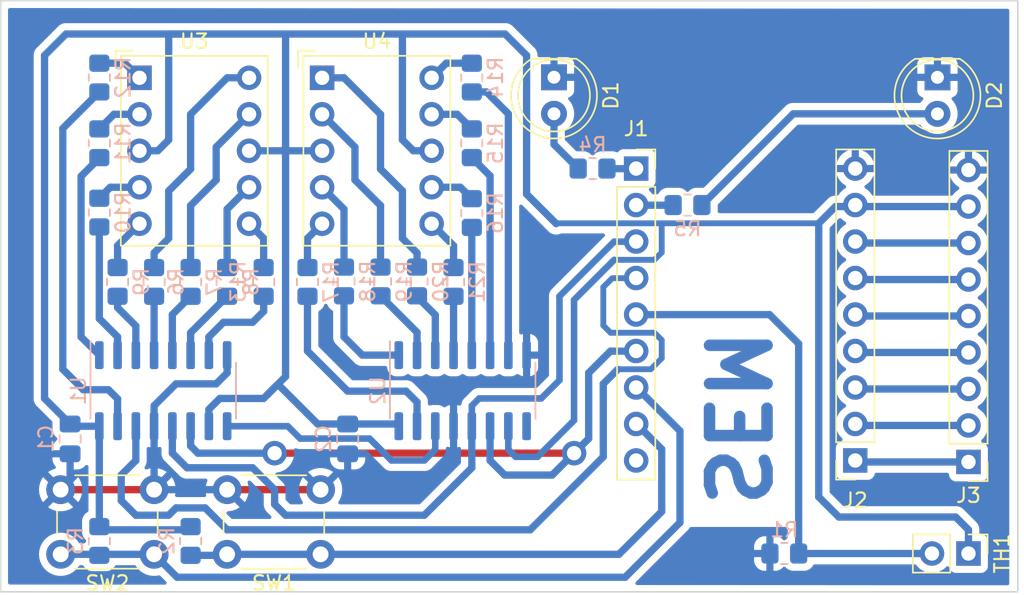
<source format=kicad_pcb>
(kicad_pcb (version 20221018) (generator pcbnew)
  (layers (0 "F.Cu" signal) (31 "B.Cu" signal) (34 "B.Paste" user) (35 "F.Paste" user) (36 "B.SilkS" user "B.Silkscreen") (37 "F.SilkS" user "F.Silkscreen") (38 "B.Mask" user) (39 "F.Mask" user) (44 "Edge.Cuts" user))
  (net 0 "")
  (net 1 "Net-(U1-QC)")
  (net 2 "Net-(U3-C)")
  (net 3 "Net-(U2-QF)")
  (net 4 "Net-(U4-F)")
  (net 5 "Net-(U2-QE)")
  (net 6 "Net-(U4-E)")
  (net 7 "Net-(U2-QD)")
  (net 8 "Net-(U4-D)")
  (net 9 "Net-(U2-QC)")
  (net 10 "Net-(U4-C)")
  (net 11 "Net-(U2-QB)")
  (net 12 "Net-(U4-B)")
  (net 13 "Net-(U2-QA)")
  (net 14 "Net-(U4-A)")
  (net 15 "Net-(U1-QH)")
  (net 16 "Net-(U3-DP)")
  (net 17 "Net-(U1-QG)")
  (net 18 "Net-(U3-G)")
  (net 19 "Net-(U1-QF)")
  (net 20 "Net-(U3-F)")
  (net 21 "Net-(U1-QE)")
  (net 22 "Net-(U3-E)")
  (net 23 "Net-(U1-QD)")
  (net 24 "Net-(U3-D)")
  (net 25 "Net-(U1-QB)")
  (net 26 "Net-(U3-B)")
  (net 27 "Net-(U1-QA)")
  (net 28 "Net-(U3-A)")
  (net 29 "/P1.6")
  (net 30 "Net-(D2-A)")
  (net 31 "/P1.4")
  (net 32 "Net-(D1-A)")
  (net 33 "VCC")
  (net 34 "/P1.1")
  (net 35 "/P1.0")
  (net 36 "/P1.7")
  (net 37 "GND")
  (net 38 "Net-(U2-QG)")
  (net 39 "Net-(U4-G)")
  (net 40 "Net-(U2-QH)")
  (net 41 "Net-(U4-DP)")
  (net 42 "Net-(U1-QH')")
  (net 43 "/P1.5")
  (net 44 "/P1.2")
  (net 45 "/P1.3")
  (net 47 "/P5.5")
  (net 48 "/P3.7")
  (net 49 "/P3.6")
  (net 50 "/P3.5")
  (net 51 "/P3.4")
  (net 52 "/P3.3")
  (net 53 "/P3.2")
  (net 54 "/RST")
  (footprint "Connector_PinHeader_2.54mm:PinHeader_1x02_P2.54mm_Vertical" (layer "F.Cu") (at 170.434 113.919 -90)
    (fp_text reference "TH1" (at 0 -2.33 90) (layer "F.SilkS"))
    (fp_text value "NTC")
    (pad "1" thru_hole rect (at 0 0 270) (size 1.7 1.7) (drill 1) (layers "*.Cu" "*.Mask") (net 33 "VCC"))
    (pad "2" thru_hole oval (at 0 2.54 270) (size 1.7 1.7) (drill 1) (layers "*.Cu" "*.Mask") (net 31 "/P1.4"))
  )
  (footprint "Connector_PinSocket_2.54mm:PinSocket_1x09_P2.54mm_Vertical" (layer "F.Cu") (at 147.32 87.122)
    (fp_text reference "J1" (at 0 -2.77) (layer "F.SilkS"))
    (fp_text value "Connector")
    (pad "1" thru_hole rect (at 0 0) (size 1.7 1.7) (drill 1) (layers "*.Cu" "*.Mask") (net 35 "/P1.0"))
    (pad "2" thru_hole oval (at 0 2.54) (size 1.7 1.7) (drill 1) (layers "*.Cu" "*.Mask") (net 34 "/P1.1"))
    (pad "3" thru_hole oval (at 0 5.08) (size 1.7 1.7) (drill 1) (layers "*.Cu" "*.Mask") (net 44 "/P1.2"))
    (pad "4" thru_hole oval (at 0 7.62) (size 1.7 1.7) (drill 1) (layers "*.Cu" "*.Mask") (net 45 "/P1.3"))
    (pad "5" thru_hole oval (at 0 10.16) (size 1.7 1.7) (drill 1) (layers "*.Cu" "*.Mask") (net 31 "/P1.4"))
    (pad "6" thru_hole oval (at 0 12.7) (size 1.7 1.7) (drill 1) (layers "*.Cu" "*.Mask") (net 43 "/P1.5"))
    (pad "7" thru_hole oval (at 0 15.24) (size 1.7 1.7) (drill 1) (layers "*.Cu" "*.Mask") (net 29 "/P1.6"))
    (pad "8" thru_hole oval (at 0 17.78) (size 1.7 1.7) (drill 1) (layers "*.Cu" "*.Mask") (net 36 "/P1.7"))
    (pad "9" thru_hole oval (at 0 20.32) (size 1.7 1.7) (drill 1) (layers "*.Cu" "*.Mask") (net 54 "/RST"))
  )
  (footprint "Button_Switch_THT:SW_PUSH_6mm" (layer "F.Cu") (at 113.792 113.974 180)
    (fp_text reference "SW2" (at 3.25 -2) (layer "F.SilkS"))
    (fp_text value "SW_Push")
    (pad "1" thru_hole circle (at 0 0 270) (size 2 2) (drill 1.1) (layers "*.Cu" "*.Mask") (net 29 "/P1.6"))
    (pad "1" thru_hole circle (at 6.5 0 270) (size 2 2) (drill 1.1) (layers "*.Cu" "*.Mask") (net 29 "/P1.6"))
    (pad "2" thru_hole circle (at 0 4.5 270) (size 2 2) (drill 1.1) (layers "*.Cu" "*.Mask") (net 37 "GND"))
    (pad "2" thru_hole circle (at 6.5 4.5 270) (size 2 2) (drill 1.1) (layers "*.Cu" "*.Mask") (net 37 "GND"))
  )
  (footprint "Button_Switch_THT:SW_PUSH_6mm" (layer "F.Cu") (at 125.372 113.974 180)
    (fp_text reference "SW1" (at 3.25 -2) (layer "F.SilkS"))
    (fp_text value "SW_Push")
    (pad "1" thru_hole circle (at 0 0 270) (size 2 2) (drill 1.1) (layers "*.Cu" "*.Mask") (net 36 "/P1.7"))
    (pad "1" thru_hole circle (at 6.5 0 270) (size 2 2) (drill 1.1) (layers "*.Cu" "*.Mask") (net 36 "/P1.7"))
    (pad "2" thru_hole circle (at 0 4.5 270) (size 2 2) (drill 1.1) (layers "*.Cu" "*.Mask") (net 37 "GND"))
    (pad "2" thru_hole circle (at 6.5 4.5 270) (size 2 2) (drill 1.1) (layers "*.Cu" "*.Mask") (net 37 "GND"))
  )
  (footprint "LED_THT:LED_D5.0mm" (layer "F.Cu") (at 168.275 80.772 -90)
    (fp_text reference "D2" (at 1.27 -3.96 90) (layer "F.SilkS"))
    (fp_text value "RED")
    (pad "1" thru_hole rect (at 0 0 270) (size 1.8 1.8) (drill 0.9) (layers "*.Cu" "*.Mask") (net 37 "GND"))
    (pad "2" thru_hole circle (at 2.54 0 270) (size 1.8 1.8) (drill 0.9) (layers "*.Cu" "*.Mask") (net 30 "Net-(D2-A)"))
  )
  (footprint "Display_7Segment:Sx39-1xxxxx" (layer "F.Cu") (at 125.476 80.804)
    (fp_text reference "U4" (at 3.81 -2.54) (layer "F.SilkS"))
    (fp_text value "SA39-11SRWA")
    (pad "1" thru_hole rect (at 0 0) (size 1.7 1.7) (drill 1) (layers "*.Cu" "*.Mask") (net 39 "Net-(U4-G)"))
    (pad "2" thru_hole circle (at 0 2.54) (size 1.7 1.7) (drill 1) (layers "*.Cu" "*.Mask") (net 4 "Net-(U4-F)"))
    (pad "3" thru_hole circle (at 0 5.08) (size 1.7 1.7) (drill 1) (layers "*.Cu" "*.Mask") (net 33 "VCC"))
    (pad "4" thru_hole circle (at 0 7.62) (size 1.7 1.7) (drill 1) (layers "*.Cu" "*.Mask") (net 6 "Net-(U4-E)"))
    (pad "5" thru_hole circle (at 0 10.16) (size 1.7 1.7) (drill 1) (layers "*.Cu" "*.Mask") (net 8 "Net-(U4-D)"))
    (pad "6" thru_hole circle (at 7.62 10.16) (size 1.7 1.7) (drill 1) (layers "*.Cu" "*.Mask") (net 41 "Net-(U4-DP)"))
    (pad "7" thru_hole circle (at 7.62 7.62) (size 1.7 1.7) (drill 1) (layers "*.Cu" "*.Mask") (net 10 "Net-(U4-C)"))
    (pad "8" thru_hole circle (at 7.62 5.08) (size 1.7 1.7) (drill 1) (layers "*.Cu" "*.Mask") (net 33 "VCC"))
    (pad "9" thru_hole circle (at 7.62 2.54) (size 1.7 1.7) (drill 1) (layers "*.Cu" "*.Mask") (net 12 "Net-(U4-B)"))
    (pad "10" thru_hole circle (at 7.62 0) (size 1.7 1.7) (drill 1) (layers "*.Cu" "*.Mask") (net 14 "Net-(U4-A)"))
  )
  (footprint "Connector_PinSocket_2.54mm:PinSocket_1x09_P2.54mm_Vertical" (layer "F.Cu") (at 162.56 107.442 180)
    (fp_text reference "J2" (at 0 -2.77 180) (layer "F.SilkS"))
    (fp_text value "Connector")
    (pad "1" thru_hole rect (at 0 0 180) (size 1.7 1.7) (drill 1) (layers "*.Cu" "*.Mask") (net 53 "/P3.2"))
    (pad "2" thru_hole oval (at 0 2.54 180) (size 1.7 1.7) (drill 1) (layers "*.Cu" "*.Mask") (net 52 "/P3.3"))
    (pad "3" thru_hole oval (at 0 5.08 180) (size 1.7 1.7) (drill 1) (layers "*.Cu" "*.Mask") (net 51 "/P3.4"))
    (pad "4" thru_hole oval (at 0 7.62 180) (size 1.7 1.7) (drill 1) (layers "*.Cu" "*.Mask") (net 50 "/P3.5"))
    (pad "5" thru_hole oval (at 0 10.16 180) (size 1.7 1.7) (drill 1) (layers "*.Cu" "*.Mask") (net 49 "/P3.6"))
    (pad "6" thru_hole oval (at 0 12.7 180) (size 1.7 1.7) (drill 1) (layers "*.Cu" "*.Mask") (net 48 "/P3.7"))
    (pad "7" thru_hole oval (at 0 15.24 180) (size 1.7 1.7) (drill 1) (layers "*.Cu" "*.Mask") (net 47 "/P5.5"))
    (pad "8" thru_hole oval (at 0 17.78 180) (size 1.7 1.7) (drill 1) (layers "*.Cu" "*.Mask") (net 33 "VCC"))
    (pad "9" thru_hole oval (at 0 20.32 180) (size 1.7 1.7) (drill 1) (layers "*.Cu" "*.Mask") (net 37 "GND"))
  )
  (footprint "Display_7Segment:Sx39-1xxxxx" (layer "F.Cu") (at 112.776 80.804)
    (fp_text reference "U3" (at 3.81 -2.54) (layer "F.SilkS"))
    (fp_text value "SA39-11SRWA")
    (pad "1" thru_hole rect (at 0 0) (size 1.7 1.7) (drill 1) (layers "*.Cu" "*.Mask") (net 18 "Net-(U3-G)"))
    (pad "2" thru_hole circle (at 0 2.54) (size 1.7 1.7) (drill 1) (layers "*.Cu" "*.Mask") (net 20 "Net-(U3-F)"))
    (pad "3" thru_hole circle (at 0 5.08) (size 1.7 1.7) (drill 1) (layers "*.Cu" "*.Mask") (net 33 "VCC"))
    (pad "4" thru_hole circle (at 0 7.62) (size 1.7 1.7) (drill 1) (layers "*.Cu" "*.Mask") (net 22 "Net-(U3-E)"))
    (pad "5" thru_hole circle (at 0 10.16) (size 1.7 1.7) (drill 1) (layers "*.Cu" "*.Mask") (net 24 "Net-(U3-D)"))
    (pad "6" thru_hole circle (at 7.62 10.16) (size 1.7 1.7) (drill 1) (layers "*.Cu" "*.Mask") (net 16 "Net-(U3-DP)"))
    (pad "7" thru_hole circle (at 7.62 7.62) (size 1.7 1.7) (drill 1) (layers "*.Cu" "*.Mask") (net 2 "Net-(U3-C)"))
    (pad "8" thru_hole circle (at 7.62 5.08) (size 1.7 1.7) (drill 1) (layers "*.Cu" "*.Mask") (net 33 "VCC"))
    (pad "9" thru_hole circle (at 7.62 2.54) (size 1.7 1.7) (drill 1) (layers "*.Cu" "*.Mask") (net 26 "Net-(U3-B)"))
    (pad "10" thru_hole circle (at 7.62 0) (size 1.7 1.7) (drill 1) (layers "*.Cu" "*.Mask") (net 28 "Net-(U3-A)"))
  )
  (footprint "LED_THT:LED_D5.0mm" (layer "F.Cu") (at 141.605 80.767 -90)
    (fp_text reference "D1" (at 1.27 -3.96 90) (layer "F.SilkS"))
    (fp_text value "RED")
    (pad "1" thru_hole rect (at 0 0 270) (size 1.8 1.8) (drill 0.9) (layers "*.Cu" "*.Mask") (net 37 "GND"))
    (pad "2" thru_hole circle (at 2.54 0 270) (size 1.8 1.8) (drill 0.9) (layers "*.Cu" "*.Mask") (net 32 "Net-(D1-A)"))
  )
  (footprint "Connector_PinHeader_2.54mm:PinHeader_1x09_P2.54mm_Vertical" (layer "F.Cu") (at 170.434 107.545 180)
    (fp_text reference "J3" (at 0 -2.33) (layer "F.SilkS"))
    (fp_text value "Connector")
    (pad "1" thru_hole rect (at 0 0 180) (size 1.7 1.7) (drill 1) (layers "*.Cu" "*.Mask") (net 53 "/P3.2"))
    (pad "2" thru_hole oval (at 0 2.54 180) (size 1.7 1.7) (drill 1) (layers "*.Cu" "*.Mask") (net 52 "/P3.3"))
    (pad "3" thru_hole oval (at 0 5.08 180) (size 1.7 1.7) (drill 1) (layers "*.Cu" "*.Mask") (net 51 "/P3.4"))
    (pad "4" thru_hole oval (at 0 7.62 180) (size 1.7 1.7) (drill 1) (layers "*.Cu" "*.Mask") (net 50 "/P3.5"))
    (pad "5" thru_hole oval (at 0 10.16 180) (size 1.7 1.7) (drill 1) (layers "*.Cu" "*.Mask") (net 49 "/P3.6"))
    (pad "6" thru_hole oval (at 0 12.7 180) (size 1.7 1.7) (drill 1) (layers "*.Cu" "*.Mask") (net 48 "/P3.7"))
    (pad "7" thru_hole oval (at 0 15.24 180) (size 1.7 1.7) (drill 1) (layers "*.Cu" "*.Mask") (net 47 "/P5.5"))
    (pad "8" thru_hole oval (at 0 17.78 180) (size 1.7 1.7) (drill 1) (layers "*.Cu" "*.Mask") (net 33 "VCC"))
    (pad "9" thru_hole oval (at 0 20.32 180) (size 1.7 1.7) (drill 1) (layers "*.Cu" "*.Mask") (net 37 "GND"))
  )
  (footprint "Resistor_SMD:R_0805_2012Metric_Pad1.20x1.40mm_HandSolder" (layer "B.Cu") (at 127 94.98 90)
    (fp_text reference "R18" (at 0 1.65 90) (layer "B.SilkS") (effects (justify mirror)))
    (fp_text value "1k")
    (pad "1" smd roundrect (at -1 0 90) (size 1.2 1.4) (layers "B.Cu" "B.Paste" "B.Mask") (roundrect_rratio 0.208333) (net 11 "Net-(U2-QB)"))
    (pad "2" smd roundrect (at 1 0 90) (size 1.2 1.4) (layers "B.Cu" "B.Paste" "B.Mask") (roundrect_rratio 0.208333) (net 6 "Net-(U4-E)"))
  )
  (footprint "Resistor_SMD:R_0805_2012Metric_Pad1.20x1.40mm_HandSolder" (layer "B.Cu") (at 157.623 113.919 180)
    (fp_text reference "R1" (at 0 1.65) (layer "B.SilkS") (effects (justify mirror)))
    (fp_text value "R")
    (pad "1" smd roundrect (at -1 0 180) (size 1.2 1.4) (layers "B.Cu" "B.Paste" "B.Mask") (roundrect_rratio 0.208333) (net 31 "/P1.4"))
    (pad "2" smd roundrect (at 1 0 180) (size 1.2 1.4) (layers "B.Cu" "B.Paste" "B.Mask") (roundrect_rratio 0.208333) (net 37 "GND"))
  )
  (footprint "Capacitor_SMD:C_0805_2012Metric_Pad1.18x1.45mm_HandSolder" (layer "B.Cu") (at 127.254 105.9395 -90)
    (fp_text reference "C2" (at 0 1.68 90) (layer "B.SilkS") (effects (justify mirror)))
    (fp_text value "100n")
    (pad "1" smd roundrect (at -1.0375 0 270) (size 1.175 1.45) (layers "B.Cu" "B.Paste" "B.Mask") (roundrect_rratio 0.212766) (net 33 "VCC"))
    (pad "2" smd roundrect (at 1.0375 0 270) (size 1.175 1.45) (layers "B.Cu" "B.Paste" "B.Mask") (roundrect_rratio 0.212766) (net 37 "GND"))
  )
  (footprint "Resistor_SMD:R_0805_2012Metric_Pad1.20x1.40mm_HandSolder" (layer "B.Cu") (at 144.288 87.122 180)
    (fp_text reference "R4" (at 0 1.65) (layer "B.SilkS") (effects (justify mirror)))
    (fp_text value "1k")
    (pad "1" smd roundrect (at -1 0 180) (size 1.2 1.4) (layers "B.Cu" "B.Paste" "B.Mask") (roundrect_rratio 0.208333) (net 35 "/P1.0"))
    (pad "2" smd roundrect (at 1 0 180) (size 1.2 1.4) (layers "B.Cu" "B.Paste" "B.Mask") (roundrect_rratio 0.208333) (net 32 "Net-(D1-A)"))
  )
  (footprint "Capacitor_SMD:C_0805_2012Metric_Pad1.18x1.45mm_HandSolder" (layer "B.Cu") (at 107.95 105.9395 -90)
    (fp_text reference "C1" (at 0 1.68 90) (layer "B.SilkS") (effects (justify mirror)))
    (fp_text value "100n")
    (pad "1" smd roundrect (at -1.0375 0 270) (size 1.175 1.45) (layers "B.Cu" "B.Paste" "B.Mask") (roundrect_rratio 0.212766) (net 33 "VCC"))
    (pad "2" smd roundrect (at 1.0375 0 270) (size 1.175 1.45) (layers "B.Cu" "B.Paste" "B.Mask") (roundrect_rratio 0.212766) (net 37 "GND"))
  )
  (footprint "Package_SO:SOIC-16_3.9x9.9mm_P1.27mm" (layer "B.Cu") (at 114.427 102.583 -90)
    (fp_text reference "U1" (at 0 5.9 90) (layer "B.SilkS") (effects (justify mirror)))
    (fp_text value "74HC595")
    (pad "1" smd roundrect (at -2.475 4.445 270) (size 1.95 0.6) (layers "B.Cu" "B.Paste" "B.Mask") (net 25 "Net-(U1-QB)"))
    (pad "2" smd roundrect (at -2.475 3.175 270) (size 1.95 0.6) (layers "B.Cu" "B.Paste" "B.Mask") (net 1 "Net-(U1-QC)"))
    (pad "3" smd roundrect (at -2.475 1.905 270) (size 1.95 0.6) (layers "B.Cu" "B.Paste" "B.Mask") (net 23 "Net-(U1-QD)"))
    (pad "4" smd roundrect (at -2.475 0.635 270) (size 1.95 0.6) (layers "B.Cu" "B.Paste" "B.Mask") (net 21 "Net-(U1-QE)"))
    (pad "5" smd roundrect (at -2.475 -0.635 270) (size 1.95 0.6) (layers "B.Cu" "B.Paste" "B.Mask") (net 19 "Net-(U1-QF)"))
    (pad "6" smd roundrect (at -2.475 -1.905 270) (size 1.95 0.6) (layers "B.Cu" "B.Paste" "B.Mask") (net 17 "Net-(U1-QG)"))
    (pad "7" smd roundrect (at -2.475 -3.175 270) (size 1.95 0.6) (layers "B.Cu" "B.Paste" "B.Mask") (net 15 "Net-(U1-QH)"))
    (pad "8" smd roundrect (at -2.475 -4.445 270) (size 1.95 0.6) (layers "B.Cu" "B.Paste" "B.Mask") (net 37 "GND"))
    (pad "9" smd roundrect (at 2.475 -4.445 270) (size 1.95 0.6) (layers "B.Cu" "B.Paste" "B.Mask") (net 42 "Net-(U1-QH')"))
    (pad "10" smd roundrect (at 2.475 -3.175 270) (size 1.95 0.6) (layers "B.Cu" "B.Paste" "B.Mask") (net 33 "VCC"))
    (pad "11" smd roundrect (at 2.475 -1.905 270) (size 1.95 0.6) (layers "B.Cu" "B.Paste" "B.Mask") (net 43 "/P1.5"))
    (pad "12" smd roundrect (at 2.475 -0.635 270) (size 1.95 0.6) (layers "B.Cu" "B.Paste" "B.Mask") (net 44 "/P1.2"))
    (pad "13" smd roundrect (at 2.475 0.635 270) (size 1.95 0.6) (layers "B.Cu" "B.Paste" "B.Mask") (net 37 "GND"))
    (pad "14" smd roundrect (at 2.475 1.905 270) (size 1.95 0.6) (layers "B.Cu" "B.Paste" "B.Mask") (net 45 "/P1.3"))
    (pad "15" smd roundrect (at 2.475 3.175 270) (size 1.95 0.6) (layers "B.Cu" "B.Paste" "B.Mask") (net 27 "Net-(U1-QA)"))
    (pad "16" smd roundrect (at 2.475 4.445 270) (size 1.95 0.6) (layers "B.Cu" "B.Paste" "B.Mask") (net 33 "VCC"))
  )
  (footprint "Resistor_SMD:R_0805_2012Metric_Pad1.20x1.40mm_HandSolder" (layer "B.Cu") (at 135.89 80.788 90)
    (fp_text reference "R14" (at 0 1.65 90) (layer "B.SilkS") (effects (justify mirror)))
    (fp_text value "1k")
    (pad "1" smd roundrect (at -1 0 90) (size 1.2 1.4) (layers "B.Cu" "B.Paste" "B.Mask") (roundrect_rratio 0.208333) (net 40 "Net-(U2-QH)"))
    (pad "2" smd roundrect (at 1 0 90) (size 1.2 1.4) (layers "B.Cu" "B.Paste" "B.Mask") (roundrect_rratio 0.208333) (net 14 "Net-(U4-A)"))
  )
  (footprint "Resistor_SMD:R_0805_2012Metric_Pad1.20x1.40mm_HandSolder" (layer "B.Cu") (at 109.982 80.788 90)
    (fp_text reference "R12" (at 0 1.65 90) (layer "B.SilkS") (effects (justify mirror)))
    (fp_text value "1k")
    (pad "1" smd roundrect (at -1 0 90) (size 1.2 1.4) (layers "B.Cu" "B.Paste" "B.Mask") (roundrect_rratio 0.208333) (net 27 "Net-(U1-QA)"))
    (pad "2" smd roundrect (at 1 0 90) (size 1.2 1.4) (layers "B.Cu" "B.Paste" "B.Mask") (roundrect_rratio 0.208333) (net 18 "Net-(U3-G)"))
  )
  (footprint "Resistor_SMD:R_0805_2012Metric_Pad1.20x1.40mm_HandSolder" (layer "B.Cu") (at 134.62 95.012 90)
    (fp_text reference "R21" (at 0 1.65 90) (layer "B.SilkS") (effects (justify mirror)))
    (fp_text value "1k")
    (pad "1" smd roundrect (at -1 0 90) (size 1.2 1.4) (layers "B.Cu" "B.Paste" "B.Mask") (roundrect_rratio 0.208333) (net 5 "Net-(U2-QE)"))
    (pad "2" smd roundrect (at 1 0 90) (size 1.2 1.4) (layers "B.Cu" "B.Paste" "B.Mask") (roundrect_rratio 0.208333) (net 41 "Net-(U4-DP)"))
  )
  (footprint "Resistor_SMD:R_0805_2012Metric_Pad1.20x1.40mm_HandSolder" (layer "B.Cu") (at 109.982 85.36 90)
    (fp_text reference "R11" (at 0 1.65 90) (layer "B.SilkS") (effects (justify mirror)))
    (fp_text value "1k")
    (pad "1" smd roundrect (at -1 0 90) (size 1.2 1.4) (layers "B.Cu" "B.Paste" "B.Mask") (roundrect_rratio 0.208333) (net 25 "Net-(U1-QB)"))
    (pad "2" smd roundrect (at 1 0 90) (size 1.2 1.4) (layers "B.Cu" "B.Paste" "B.Mask") (roundrect_rratio 0.208333) (net 20 "Net-(U3-F)"))
  )
  (footprint "Resistor_SMD:R_0805_2012Metric_Pad1.20x1.40mm_HandSolder" (layer "B.Cu") (at 118.872 95.012 90)
    (fp_text reference "R8" (at 0 1.65 90) (layer "B.SilkS") (effects (justify mirror)))
    (fp_text value "1k")
    (pad "1" smd roundrect (at -1 0 90) (size 1.2 1.4) (layers "B.Cu" "B.Paste" "B.Mask") (roundrect_rratio 0.208333) (net 17 "Net-(U1-QG)"))
    (pad "2" smd roundrect (at 1 0 90) (size 1.2 1.4) (layers "B.Cu" "B.Paste" "B.Mask") (roundrect_rratio 0.208333) (net 2 "Net-(U3-C)"))
  )
  (footprint "Resistor_SMD:R_0805_2012Metric_Pad1.20x1.40mm_HandSolder" (layer "B.Cu") (at 111.252 95.012 90)
    (fp_text reference "R9" (at 0 1.65 90) (layer "B.SilkS") (effects (justify mirror)))
    (fp_text value "1k")
    (pad "1" smd roundrect (at -1 0 90) (size 1.2 1.4) (layers "B.Cu" "B.Paste" "B.Mask") (roundrect_rratio 0.208333) (net 23 "Net-(U1-QD)"))
    (pad "2" smd roundrect (at 1 0 90) (size 1.2 1.4) (layers "B.Cu" "B.Paste" "B.Mask") (roundrect_rratio 0.208333) (net 24 "Net-(U3-D)"))
  )
  (footprint "Resistor_SMD:R_0805_2012Metric_Pad1.20x1.40mm_HandSolder" (layer "B.Cu") (at 113.792 95.012 90)
    (fp_text reference "R6" (at 0 1.524 90) (layer "B.SilkS") (effects (justify mirror)))
    (fp_text value "1k")
    (pad "1" smd roundrect (at -1 0 90) (size 1.2 1.4) (layers "B.Cu" "B.Paste" "B.Mask") (roundrect_rratio 0.208333) (net 21 "Net-(U1-QE)"))
    (pad "2" smd roundrect (at 1 0 90) (size 1.2 1.4) (layers "B.Cu" "B.Paste" "B.Mask") (roundrect_rratio 0.208333) (net 28 "Net-(U3-A)"))
  )
  (footprint "Package_SO:SOIC-16_3.9x9.9mm_P1.27mm" (layer "B.Cu") (at 135.255 102.583 -90)
    (fp_text reference "U2" (at 0 5.9 90) (layer "B.SilkS") (effects (justify mirror)))
    (fp_text value "74HC595")
    (pad "1" smd roundrect (at -2.475 4.445 270) (size 1.95 0.6) (layers "B.Cu" "B.Paste" "B.Mask") (net 11 "Net-(U2-QB)"))
    (pad "2" smd roundrect (at -2.475 3.175 270) (size 1.95 0.6) (layers "B.Cu" "B.Paste" "B.Mask") (net 9 "Net-(U2-QC)"))
    (pad "3" smd roundrect (at -2.475 1.905 270) (size 1.95 0.6) (layers "B.Cu" "B.Paste" "B.Mask") (net 7 "Net-(U2-QD)"))
    (pad "4" smd roundrect (at -2.475 0.635 270) (size 1.95 0.6) (layers "B.Cu" "B.Paste" "B.Mask") (net 5 "Net-(U2-QE)"))
    (pad "5" smd roundrect (at -2.475 -0.635 270) (size 1.95 0.6) (layers "B.Cu" "B.Paste" "B.Mask") (net 3 "Net-(U2-QF)"))
    (pad "6" smd roundrect (at -2.475 -1.905 270) (size 1.95 0.6) (layers "B.Cu" "B.Paste" "B.Mask") (net 38 "Net-(U2-QG)"))
    (pad "7" smd roundrect (at -2.475 -3.175 270) (size 1.95 0.6) (layers "B.Cu" "B.Paste" "B.Mask") (net 40 "Net-(U2-QH)"))
    (pad "8" smd roundrect (at -2.475 -4.445 270) (size 1.95 0.6) (layers "B.Cu" "B.Paste" "B.Mask") (net 37 "GND"))
    (pad "9" smd roundrect (at 2.475 -4.445 270) (size 1.95 0.6) (layers "B.Cu" "B.Paste" "B.Mask"))
    (pad "10" smd roundrect (at 2.475 -3.175 270) (size 1.95 0.6) (layers "B.Cu" "B.Paste" "B.Mask") (net 33 "VCC"))
    (pad "11" smd roundrect (at 2.475 -1.905 270) (size 1.95 0.6) (layers "B.Cu" "B.Paste" "B.Mask") (net 43 "/P1.5"))
    (pad "12" smd roundrect (at 2.475 -0.635 270) (size 1.95 0.6) (layers "B.Cu" "B.Paste" "B.Mask") (net 44 "/P1.2"))
    (pad "13" smd roundrect (at 2.475 0.635 270) (size 1.95 0.6) (layers "B.Cu" "B.Paste" "B.Mask") (net 37 "GND"))
    (pad "14" smd roundrect (at 2.475 1.905 270) (size 1.95 0.6) (layers "B.Cu" "B.Paste" "B.Mask") (net 42 "Net-(U1-QH')"))
    (pad "15" smd roundrect (at 2.475 3.175 270) (size 1.95 0.6) (layers "B.Cu" "B.Paste" "B.Mask") (net 13 "Net-(U2-QA)"))
    (pad "16" smd roundrect (at 2.475 4.445 270) (size 1.95 0.6) (layers "B.Cu" "B.Paste" "B.Mask") (net 33 "VCC"))
  )
  (footprint "Resistor_SMD:R_0805_2012Metric_Pad1.20x1.40mm_HandSolder" (layer "B.Cu") (at 124.46 95.012 90)
    (fp_text reference "R17" (at 0 1.65 90) (layer "B.SilkS") (effects (justify mirror)))
    (fp_text value "1k")
    (pad "1" smd roundrect (at -1 0 90) (size 1.2 1.4) (layers "B.Cu" "B.Paste" "B.Mask") (roundrect_rratio 0.208333) (net 13 "Net-(U2-QA)"))
    (pad "2" smd roundrect (at 1 0 90) (size 1.2 1.4) (layers "B.Cu" "B.Paste" "B.Mask") (roundrect_rratio 0.208333) (net 8 "Net-(U4-D)"))
  )
  (footprint "Resistor_SMD:R_0805_2012Metric_Pad1.20x1.40mm_HandSolder" (layer "B.Cu") (at 135.89 90.218 90)
    (fp_text reference "R16" (at 0 1.65 90) (layer "B.SilkS") (effects (justify mirror)))
    (fp_text value "1k")
    (pad "1" smd roundrect (at -1 0 90) (size 1.2 1.4) (layers "B.Cu" "B.Paste" "B.Mask") (roundrect_rratio 0.208333) (net 3 "Net-(U2-QF)"))
    (pad "2" smd roundrect (at 1 0 90) (size 1.2 1.4) (layers "B.Cu" "B.Paste" "B.Mask") (roundrect_rratio 0.208333) (net 10 "Net-(U4-C)"))
  )
  (footprint "Resistor_SMD:R_0805_2012Metric_Pad1.20x1.40mm_HandSolder" (layer "B.Cu") (at 116.332 113.046 -90)
    (fp_text reference "R2" (at 0 1.65 -270) (layer "B.SilkS") (effects (justify mirror)))
    (fp_text value "10k")
    (pad "1" smd roundrect (at -1 0 270) (size 1.2 1.4) (layers "B.Cu" "B.Paste" "B.Mask") (roundrect_rratio 0.208333) (net 33 "VCC"))
    (pad "2" smd roundrect (at 1 0 270) (size 1.2 1.4) (layers "B.Cu" "B.Paste" "B.Mask") (roundrect_rratio 0.208333) (net 36 "/P1.7"))
  )
  (footprint "Resistor_SMD:R_0805_2012Metric_Pad1.20x1.40mm_HandSolder" (layer "B.Cu") (at 129.54 94.98 90)
    (fp_text reference "R19" (at 0 1.65 90) (layer "B.SilkS") (effects (justify mirror)))
    (fp_text value "1k")
    (pad "1" smd roundrect (at -1 0 90) (size 1.2 1.4) (layers "B.Cu" "B.Paste" "B.Mask") (roundrect_rratio 0.208333) (net 9 "Net-(U2-QC)"))
    (pad "2" smd roundrect (at 1 0 90) (size 1.2 1.4) (layers "B.Cu" "B.Paste" "B.Mask") (roundrect_rratio 0.208333) (net 4 "Net-(U4-F)"))
  )
  (footprint "Resistor_SMD:R_0805_2012Metric_Pad1.20x1.40mm_HandSolder" (layer "B.Cu") (at 150.892 89.662)
    (fp_text reference "R5" (at 0 1.65) (layer "B.SilkS") (effects (justify mirror)))
    (fp_text value "1k")
    (pad "1" smd roundrect (at -1 0) (size 1.2 1.4) (layers "B.Cu" "B.Paste" "B.Mask") (roundrect_rratio 0.208333) (net 34 "/P1.1"))
    (pad "2" smd roundrect (at 1 0) (size 1.2 1.4) (layers "B.Cu" "B.Paste" "B.Mask") (roundrect_rratio 0.208333) (net 30 "Net-(D2-A)"))
  )
  (footprint "Resistor_SMD:R_0805_2012Metric_Pad1.20x1.40mm_HandSolder" (layer "B.Cu") (at 109.982 90.186 90)
    (fp_text reference "R10" (at 0 1.65 90) (layer "B.SilkS") (effects (justify mirror)))
    (fp_text value "1k")
    (pad "1" smd roundrect (at -1 0 90) (size 1.2 1.4) (layers "B.Cu" "B.Paste" "B.Mask") (roundrect_rratio 0.208333) (net 1 "Net-(U1-QC)"))
    (pad "2" smd roundrect (at 1 0 90) (size 1.2 1.4) (layers "B.Cu" "B.Paste" "B.Mask") (roundrect_rratio 0.208333) (net 22 "Net-(U3-E)"))
  )
  (footprint "Resistor_SMD:R_0805_2012Metric_Pad1.20x1.40mm_HandSolder" (layer "B.Cu") (at 135.89 85.36 90)
    (fp_text reference "R15" (at 0 1.65 90) (layer "B.SilkS") (effects (justify mirror)))
    (fp_text value "1k")
    (pad "1" smd roundrect (at -1 0 90) (size 1.2 1.4) (layers "B.Cu" "B.Paste" "B.Mask") (roundrect_rratio 0.208333) (net 38 "Net-(U2-QG)"))
    (pad "2" smd roundrect (at 1 0 90) (size 1.2 1.4) (layers "B.Cu" "B.Paste" "B.Mask") (roundrect_rratio 0.208333) (net 12 "Net-(U4-B)"))
  )
  (footprint "Resistor_SMD:R_0805_2012Metric_Pad1.20x1.40mm_HandSolder" (layer "B.Cu") (at 132.08 94.98 90)
    (fp_text reference "R20" (at 0 1.65 90) (layer "B.SilkS") (effects (justify mirror)))
    (fp_text value "1k")
    (pad "1" smd roundrect (at -1 0 90) (size 1.2 1.4) (layers "B.Cu" "B.Paste" "B.Mask") (roundrect_rratio 0.208333) (net 7 "Net-(U2-QD)"))
    (pad "2" smd roundrect (at 1 0 90) (size 1.2 1.4) (layers "B.Cu" "B.Paste" "B.Mask") (roundrect_rratio 0.208333) (net 39 "Net-(U4-G)"))
  )
  (footprint "Resistor_SMD:R_0805_2012Metric_Pad1.20x1.40mm_HandSolder" (layer "B.Cu") (at 116.332 95.012 90)
    (fp_text reference "R7" (at 0 1.65 90) (layer "B.SilkS") (effects (justify mirror)))
    (fp_text value "1k")
    (pad "1" smd roundrect (at -1 0 90) (size 1.2 1.4) (layers "B.Cu" "B.Paste" "B.Mask") (roundrect_rratio 0.208333) (net 19 "Net-(U1-QF)"))
    (pad "2" smd roundrect (at 1 0 90) (size 1.2 1.4) (layers "B.Cu" "B.Paste" "B.Mask") (roundrect_rratio 0.208333) (net 26 "Net-(U3-B)"))
  )
  (footprint "Resistor_SMD:R_0805_2012Metric_Pad1.20x1.40mm_HandSolder" (layer "B.Cu") (at 109.982 113.046 -90)
    (fp_text reference "R3" (at 0 1.65 -270) (layer "B.SilkS") (effects (justify mirror)))
    (fp_text value "10k")
    (pad "1" smd roundrect (at -1 0 270) (size 1.2 1.4) (layers "B.Cu" "B.Paste" "B.Mask") (roundrect_rratio 0.208333) (net 33 "VCC"))
    (pad "2" smd roundrect (at 1 0 270) (size 1.2 1.4) (layers "B.Cu" "B.Paste" "B.Mask") (roundrect_rratio 0.208333) (net 29 "/P1.6"))
  )
  (footprint "Resistor_SMD:R_0805_2012Metric_Pad1.20x1.40mm_HandSolder" (layer "B.Cu") (at 121.412 95.012 90)
    (fp_text reference "R13" (at 0.016 -1.778 90) (layer "B.SilkS") (effects (justify mirror)))
    (fp_text value "1k")
    (pad "1" smd roundrect (at -1 0 90) (size 1.2 1.4) (layers "B.Cu" "B.Paste" "B.Mask") (roundrect_rratio 0.208333) (net 15 "Net-(U1-QH)"))
    (pad "2" smd roundrect (at 1 0 90) (size 1.2 1.4) (layers "B.Cu" "B.Paste" "B.Mask") (roundrect_rratio 0.208333) (net 16 "Net-(U3-DP)"))
  )
  (gr_rect (start 103.124 75.438) (end 173.863 116.586) (stroke (width 0.1)) (fill none) (layer "Edge.Cuts"))
  (gr_text "SEM" (at 151.892 110.998 -90) (layer "B.Cu") (effects (font (size 4 4) (thickness 0.8) bold) (justify left bottom mirror)))
  (segment (start 111.252 98.838) (end 111.252 100.108) (width 0.508) (layer "B.Cu") (net 1))
  (segment (start 109.982 91.186) (end 109.982 97.568) (width 0.508) (layer "B.Cu") (net 1))
  (segment (start 109.982 97.568) (end 111.252 98.838) (width 0.508) (layer "B.Cu") (net 1))
  (segment (start 118.872 89.948) (end 120.396 88.424) (width 0.508) (layer "B.Cu") (net 2))
  (segment (start 118.872 94.012) (end 118.872 89.948) (width 0.508) (layer "B.Cu") (net 2))
  (segment (start 135.89 100.108) (end 135.89 91.218) (width 0.508) (layer "B.Cu") (net 3))
  (segment (start 129.54 89.694) (end 127.762 87.916) (width 0.508) (layer "B.Cu") (net 4))
  (segment (start 127.762 87.916) (end 127.762 85.63) (width 0.508) (layer "B.Cu") (net 4))
  (segment (start 127.762 85.63) (end 125.476 83.344) (width 0.508) (layer "B.Cu") (net 4))
  (segment (start 129.54 93.98) (end 129.54 89.694) (width 0.508) (layer "B.Cu") (net 4))
  (segment (start 134.62 100.108) (end 134.62 96.012) (width 0.508) (layer "B.Cu") (net 5))
  (segment (start 127 93.98) (end 127 89.948) (width 0.508) (layer "B.Cu") (net 6))
  (segment (start 127 89.948) (end 125.476 88.424) (width 0.508) (layer "B.Cu") (net 6))
  (segment (start 132.08 95.98) (end 132.08 96.044) (width 0.508) (layer "B.Cu") (net 7))
  (segment (start 132.08 96.044) (end 133.35 97.314) (width 0.508) (layer "B.Cu") (net 7))
  (segment (start 133.35 97.314) (end 133.35 100.108) (width 0.508) (layer "B.Cu") (net 7))
  (segment (start 124.46 91.98) (end 125.476 90.964) (width 0.508) (layer "B.Cu") (net 8))
  (segment (start 124.46 94.012) (end 124.46 91.98) (width 0.508) (layer "B.Cu") (net 8))
  (segment (start 132.08 100.108) (end 132.08 98.52) (width 0.508) (layer "B.Cu") (net 9))
  (segment (start 132.08 98.52) (end 129.54 95.98) (width 0.508) (layer "B.Cu") (net 9))
  (segment (start 133.096 88.424) (end 135.096 88.424) (width 0.508) (layer "B.Cu") (net 10))
  (segment (start 135.096 88.424) (end 135.89 89.218) (width 0.508) (layer "B.Cu") (net 10))
  (segment (start 128.27 100.108) (end 127 98.838) (width 0.508) (layer "B.Cu") (net 11))
  (segment (start 127 98.838) (end 127 95.98) (width 0.508) (layer "B.Cu") (net 11))
  (segment (start 130.81 100.108) (end 128.27 100.108) (width 0.508) (layer "B.Cu") (net 11))
  (segment (start 134.874 83.344) (end 135.89 84.36) (width 0.508) (layer "B.Cu") (net 12))
  (segment (start 133.096 83.344) (end 134.874 83.344) (width 0.508) (layer "B.Cu") (net 12))
  (segment (start 127.254 102.616) (end 131.318 102.616) (width 0.508) (layer "B.Cu") (net 13))
  (segment (start 124.46 96.012) (end 124.46 99.822) (width 0.508) (layer "B.Cu") (net 13))
  (segment (start 124.46 99.822) (end 127.254 102.616) (width 0.508) (layer "B.Cu") (net 13))
  (segment (start 131.318 102.616) (end 132.08 103.378) (width 0.508) (layer "B.Cu") (net 13))
  (segment (start 132.08 103.378) (end 132.08 105.058) (width 0.508) (layer "B.Cu") (net 13))
  (segment (start 134.112 79.788) (end 135.89 79.788) (width 0.508) (layer "B.Cu") (net 14))
  (segment (start 133.096 80.804) (end 134.112 79.788) (width 0.508) (layer "B.Cu") (net 14))
  (segment (start 117.602 98.838) (end 118.618 97.822) (width 0.508) (layer "B.Cu") (net 15))
  (segment (start 118.618 97.822) (end 120.65 97.822) (width 0.508) (layer "B.Cu") (net 15))
  (segment (start 120.65 97.822) (end 121.412 97.06) (width 0.508) (layer "B.Cu") (net 15))
  (segment (start 121.412 97.06) (end 121.412 96.012) (width 0.508) (layer "B.Cu") (net 15))
  (segment (start 117.602 100.108) (end 117.602 98.838) (width 0.508) (layer "B.Cu") (net 15))
  (segment (start 121.412 94.012) (end 121.412 91.98) (width 0.508) (layer "B.Cu") (net 16))
  (segment (start 121.412 91.98) (end 120.396 90.964) (width 0.508) (layer "B.Cu") (net 16))
  (segment (start 116.332 98.552) (end 118.872 96.012) (width 0.508) (layer "B.Cu") (net 17))
  (segment (start 116.332 100.108) (end 116.332 98.552) (width 0.508) (layer "B.Cu") (net 17))
  (segment (start 109.982 79.788) (end 111.76 79.788) (width 0.508) (layer "B.Cu") (net 18))
  (segment (start 111.76 79.788) (end 112.776 80.804) (width 0.508) (layer "B.Cu") (net 18))
  (segment (start 115.062 97.282) (end 116.332 96.012) (width 0.508) (layer "B.Cu") (net 19))
  (segment (start 115.062 100.108) (end 115.062 97.282) (width 0.508) (layer "B.Cu") (net 19))
  (segment (start 110.998 83.344) (end 109.982 84.36) (width 0.508) (layer "B.Cu") (net 20))
  (segment (start 112.776 83.344) (end 110.998 83.344) (width 0.508) (layer "B.Cu") (net 20))
  (segment (start 113.792 100.108) (end 113.792 96.012) (width 0.508) (layer "B.Cu") (net 21))
  (segment (start 112.776 88.424) (end 110.744 88.424) (width 0.508) (layer "B.Cu") (net 22))
  (segment (start 110.744 88.424) (end 109.982 89.186) (width 0.508) (layer "B.Cu") (net 22))
  (segment (start 112.522 98.076) (end 112.522 100.108) (width 0.508) (layer "B.Cu") (net 23))
  (segment (start 111.252 96.806) (end 112.522 98.076) (width 0.508) (layer "B.Cu") (net 23))
  (segment (start 111.252 96.012) (end 111.252 96.806) (width 0.508) (layer "B.Cu") (net 23))
  (segment (start 111.252 94.012) (end 111.252 92.488) (width 0.508) (layer "B.Cu") (net 24))
  (segment (start 111.252 92.488) (end 112.776 90.964) (width 0.508) (layer "B.Cu") (net 24))
  (segment (start 108.712 87.662) (end 109.982 86.392) (width 0.508) (layer "B.Cu") (net 25))
  (segment (start 108.712 98.838) (end 108.712 87.662) (width 0.508) (layer "B.Cu") (net 25))
  (segment (start 109.982 100.108) (end 108.712 98.838) (width 0.508) (layer "B.Cu") (net 25))
  (segment (start 109.982 86.392) (end 109.982 86.36) (width 0.508) (layer "B.Cu") (net 25))
  (segment (start 116.332 94.012) (end 116.332 89.694) (width 0.508) (layer "B.Cu") (net 26))
  (segment (start 118.11 85.63) (end 120.396 83.344) (width 0.508) (layer "B.Cu") (net 26))
  (segment (start 116.332 89.694) (end 118.11 87.916) (width 0.508) (layer "B.Cu") (net 26))
  (segment (start 118.11 87.916) (end 118.11 85.63) (width 0.508) (layer "B.Cu") (net 26))
  (segment (start 107.442 101.092) (end 107.442 84.328) (width 0.508) (layer "B.Cu") (net 27))
  (segment (start 108.868 102.518) (end 107.442 101.092) (width 0.508) (layer "B.Cu") (net 27))
  (segment (start 111.252 105.058) (end 111.252 103.153) (width 0.508) (layer "B.Cu") (net 27))
  (segment (start 111.252 103.153) (end 110.617 102.518) (width 0.508) (layer "B.Cu") (net 27))
  (segment (start 107.442 84.328) (end 109.982 81.788) (width 0.508) (layer "B.Cu") (net 27))
  (segment (start 110.617 102.518) (end 108.868 102.518) (width 0.508) (layer "B.Cu") (net 27))
  (segment (start 113.792 92.996) (end 114.808 91.98) (width 0.508) (layer "B.Cu") (net 28))
  (segment (start 114.808 91.98) (end 114.808 88.678) (width 0.508) (layer "B.Cu") (net 28))
  (segment (start 113.792 94.012) (end 113.792 92.996) (width 0.508) (layer "B.Cu") (net 28))
  (segment (start 114.808 88.678) (end 116.332 87.154) (width 0.508) (layer "B.Cu") (net 28))
  (segment (start 116.332 87.154) (end 116.332 83.344) (width 0.508) (layer "B.Cu") (net 28))
  (segment (start 118.872 80.804) (end 120.396 80.804) (width 0.508) (layer "B.Cu") (net 28))
  (segment (start 116.332 83.344) (end 118.872 80.804) (width 0.508) (layer "B.Cu") (net 28))
  (segment (start 113.792 113.974) (end 115.388 115.57) (width 0.508) (layer "B.Cu") (net 29))
  (segment (start 150.368 111.76) (end 150.368 105.386) (width 0.508) (layer "B.Cu") (net 29))
  (segment (start 150.368 105.386) (end 147.354 102.372) (width 0.508) (layer "B.Cu") (net 29))
  (segment (start 107.442 113.974) (end 113.792 113.974) (width 0.508) (layer "B.Cu") (net 29))
  (segment (start 115.388 115.57) (end 146.558 115.57) (width 0.508) (layer "B.Cu") (net 29))
  (segment (start 146.558 115.57) (end 150.368 111.76) (width 0.508) (layer "B.Cu") (net 29))
  (segment (start 168.275 83.312) (end 158.242 83.312) (width 0.508) (layer "B.Cu") (net 30))
  (segment (start 158.242 83.312) (end 151.892 89.662) (width 0.508) (layer "B.Cu") (net 30))
  (segment (start 158.623 113.919) (end 167.894 113.919) (width 0.508) (layer "B.Cu") (net 31))
  (segment (start 158.623 99.314) (end 158.623 113.919) (width 0.508) (layer "B.Cu") (net 31))
  (segment (start 156.601 97.292) (end 158.623 99.314) (width 0.508) (layer "B.Cu") (net 31))
  (segment (start 147.354 97.292) (end 156.601 97.292) (width 0.508) (layer "B.Cu") (net 31))
  (segment (start 141.605 85.439) (end 143.288 87.122) (width 0.508) (layer "B.Cu") (net 32))
  (segment (start 141.605 83.439) (end 141.605 85.439) (width 0.508) (layer "B.Cu") (net 32))
  (segment (start 159.9932 90.9588) (end 160.02 90.932) (width 0.4064) (layer "B.Cu") (net 33))
  (segment (start 121.666 102.87) (end 122.936 101.6) (width 0.508) (layer "B.Cu") (net 33))
  (segment (start 160.02 90.932) (end 149.1248 90.932) (width 0.4064) (layer "B.Cu") (net 33))
  (segment (start 161.187 89.765) (end 160.02 90.932) (width 0.508) (layer "B.Cu") (net 33))
  (segment (start 110.204 112.268) (end 116.11 112.268) (width 0.508) (layer "B.Cu") (net 33))
  (segment (start 162.56 89.765) (end 161.187 89.765) (width 0.508) (layer "B.Cu") (net 33))
  (segment (start 138.938 107.188) (end 140.462 107.188) (width 0.4572) (layer "B.Cu") (net 33))
  (segment (start 170.434 113.919) (end 170.434 112.268) (width 0.508) (layer "B.Cu") (net 33))
  (segment (start 149.0712 90.932) (end 149.098 90.9588) (width 0.4064) (layer "B.Cu") (net 33))
  (segment (start 122.936 85.884) (end 125.222 85.884) (width 0.508) (layer "B.Cu") (net 33))
  (segment (start 109.982 105.058) (end 108.106 105.058) (width 0.508) (layer "B.Cu") (net 33))
  (segment (start 131.064 85.122) (end 131.826 85.884) (width 0.508) (layer "B.Cu") (net 33))
  (segment (start 122.501 102.235) (end 122.301 102.235) (width 0.508) (layer "B.Cu") (net 33))
  (segment (start 138.43 106.68) (end 138.938 107.188) (width 0.4572) (layer "B.Cu") (net 33))
  (segment (start 112.776 85.884) (end 114.046 85.884) (width 0.508) (layer "B.Cu") (net 33))
  (segment (start 141.7588 90.9588) (end 139.7 88.9) (width 0.508) (layer "B.Cu") (net 33))
  (segment (start 114.808 85.122) (end 114.808 77.756) (width 0.508) (layer "B.Cu") (net 33))
  (segment (start 118.364 103.124) (end 121.412 103.124) (width 0.508) (layer "B.Cu") (net 33))
  (segment (start 162.56 89.765) (end 170.434 89.765) (width 0.508) (layer "B.Cu") (net 33))
  (segment (start 122.936 77.756) (end 129.794 77.756) (width 0.508) (layer "B.Cu") (net 33))
  (segment (start 109.982 112.046) (end 110.204 112.268) (width 0.508) (layer "B.Cu") (net 33))
  (segment (start 145.796 93.472) (end 148.59 93.472) (width 0.4064) (layer "B.Cu") (net 33))
  (segment (start 120.396 85.884) (end 122.682 85.884) (width 0.508) (layer "B.Cu") (net 33))
  (segment (start 106.172 103.124) (end 106.172 79.248) (width 0.508) (layer "B.Cu") (net 33))
  (segment (start 109.982 112.046) (end 109.982 105.058) (width 0.508) (layer "B.Cu") (net 33))
  (segment (start 117.602 103.886) (end 118.364 103.124) (width 0.508) (layer "B.Cu") (net 33))
  (segment (start 116.078 77.756) (end 122.936 77.756) (width 0.508) (layer "B.Cu") (net 33))
  (segment (start 122.936 77.756) (end 122.936 85.884) (width 0.508) (layer "B.Cu") (net 33))
  (segment (start 108.106 105.058) (end 107.95 104.902) (width 0.508) (layer "B.Cu") (net 33))
  (segment (start 131.064 77.756) (end 131.064 85.122) (width 0.508) (layer "B.Cu") (net 33))
  (segment (start 116.11 112.268) (end 116.332 112.046) (width 0.508) (layer "B.Cu") (net 33))
  (segment (start 122.682 85.884) (end 122.936 85.884) (width 0.508) (layer "B.Cu") (net 33))
  (segment (start 114.046 85.884) (end 114.808 85.122) (width 0.508) (layer "B.Cu") (net 33))
  (segment (start 125.168 104.902) (end 122.501 102.235) (width 0.508) (layer "B.Cu") (net 33))
  (segment (start 107.95 104.902) (end 106.172 103.124) (width 0.508) (layer "B.Cu") (net 33))
  (segment (start 121.412 103.124) (end 121.666 102.87) (width 0.508) (layer "B.Cu") (net 33))
  (segment (start 143.002 104.648) (end 143.002 96.266) (width 0.4572) (layer "B.Cu") (net 33))
  (segment (start 130.81 105.058) (end 130.654 104.902) (width 0.508) (layer "B.Cu") (net 33))
  (segment (start 131.826 85.884) (end 133.096 85.884) (width 0.508) (layer "B.Cu") (net 33))
  (segment (start 130.654 104.902) (end 125.168 104.902) (width 0.508) (layer "B.Cu") (net 33))
  (segment (start 122.301 102.235) (end 121.666 102.87) (width 0.508) (layer "B.Cu") (net 33))
  (segment (start 169.545 111.379) (end 161.417 111.379) (width 0.508) (layer "B.Cu") (net 33))
  (segment (start 139.7 88.9) (end 139.7 79.248) (width 0.508) (layer "B.Cu") (net 33))
  (segment (start 107.664 77.756) (end 116.078 77.756) (width 0.508) (layer "B.Cu") (net 33))
  (segment (start 148.59 93.472) (end 149.098 92.964) (width 0.4064) (layer "B.Cu") (net 33))
  (segment (start 129.794 77.756) (end 131.064 77.756) (width 0.508) (layer "B.Cu") (net 33))
  (segment (start 138.43 105.058) (end 138.43 106.68) (width 0.4572) (layer "B.Cu") (net 33))
  (segment (start 122.936 101.6) (end 122.936 85.884) (width 0.508) (layer "B.Cu") (net 33))
  (segment (start 149.098 92.964) (end 149.098 90.9588) (width 0.4064) (layer "B.Cu") (net 33))
  (segment (start 141.7856 90.932) (end 149.0712 90.932) (width 0.4064) (layer "B.Cu") (net 33))
  (segment (start 143.002 96.266) (end 145.796 93.472) (width 0.4572) (layer "B.Cu") (net 33))
  (segment (start 138.208 77.756) (end 131.064 77.756) (width 0.508) (layer "B.Cu") (net 33))
  (segment (start 170.434 112.268) (end 169.545 111.379) (width 0.508) (layer "B.Cu") (net 33))
  (segment (start 106.172 79.248) (end 107.664 77.756) (width 0.508) (layer "B.Cu") (net 33))
  (segment (start 140.462 107.188) (end 143.002 104.648) (width 0.4572) (layer "B.Cu") (net 33))
  (segment (start 114.808 77.756) (end 116.078 77.756) (width 0.508) (layer "B.Cu") (net 33))
  (segment (start 160.02 90.932) (end 160.02 109.982) (width 0.508) (layer "B.Cu") (net 33))
  (segment (start 139.7 79.248) (end 138.208 77.756) (width 0.508) (layer "B.Cu") (net 33))
  (segment (start 117.602 105.058) (end 117.602 103.886) (width 0.508) (layer "B.Cu") (net 33))
  (segment (start 160.02 109.982) (end 161.417 111.379) (width 0.508) (layer "B.Cu") (net 33))
  (segment (start 141.7588 90.9588) (end 141.7856 90.932) (width 0.4064) (layer "B.Cu") (net 33))
  (segment (start 149.1248 90.932) (end 149.098 90.9588) (width 0.4064) (layer "B.Cu") (net 33))
  (segment (start 147.344 89.662) (end 147.354 89.672) (width 0.508) (layer "B.Cu") (net 34))
  (segment (start 149.882 89.672) (end 149.892 89.662) (width 0.508) (layer "B.Cu") (net 34))
  (segment (start 147.354 89.672) (end 149.882 89.672) (width 0.508) (layer "B.Cu") (net 34))
  (segment (start 145.298 87.132) (end 145.288 87.122) (width 0.508) (layer "B.Cu") (net 35))
  (segment (start 147.354 87.132) (end 145.298 87.132) (width 0.508) (layer "B.Cu") (net 35))
  (segment (start 147.344 87.122) (end 147.354 87.132) (width 0.508) (layer "B.Cu") (net 35))
  (segment (start 119.888 113.974) (end 146.122 113.974) (width 0.508) (layer "B.Cu") (net 36))
  (segment (start 116.332 114.046) (end 118.8 114.046) (width 0.508) (layer "B.Cu") (net 36))
  (segment (start 149.098 110.998) (end 149.098 106.656) (width 0.508) (layer "B.Cu") (net 36))
  (segment (start 149.098 106.656) (end 147.354 104.912) (width 0.508) (layer "B.Cu") (net 36))
  (segment (start 118.8 114.046) (end 118.872 113.974) (width 0.508) (layer "B.Cu") (net 36))
  (segment (start 146.122 113.974) (end 149.098 110.998) (width 0.508) (layer "B.Cu") (net 36))
  (segment (start 118.872 109.474) (end 125.372 109.474) (width 0.508) (layer "F.Cu") (net 37))
  (segment (start 113.942 109.474) (end 107.442 109.474) (width 0.508) (layer "F.Cu") (net 37))
  (segment (start 107.95 106.977) (end 107.95 108.816) (width 0.508) (layer "B.Cu") (net 37))
  (segment (start 118.872 109.474) (end 113.792 109.474) (width 0.508) (layer "B.Cu") (net 37))
  (segment (start 118.11 102.108) (end 118.872 101.346) (width 0.508) (layer "B.Cu") (net 37))
  (segment (start 139.732 100.076) (end 139.7 100.108) (width 0.508) (layer "B.Cu") (net 37))
  (segment (start 113.792 103.632) (end 115.316 102.108) (width 0.508) (layer "B.Cu") (net 37))
  (segment (start 115.316 102.108) (end 118.11 102.108) (width 0.508) (layer "B.Cu") (net 37))
  (segment (start 118.904 100.076) (end 118.872 100.108) (width 0.4572) (layer "B.Cu") (net 37))
  (segment (start 113.792 105.058) (end 113.792 103.632) (width 0.508) (layer "B.Cu") (net 37))
  (segment (start 113.792 105.058) (end 113.792 109.474) (width 0.508) (layer "B.Cu") (net 37))
  (segment (start 118.872 101.346) (end 118.872 100.108) (width 0.508) (layer "B.Cu") (net 37))
  (segment (start 113.792 109.324) (end 113.942 109.474) (width 0.508) (layer "B.Cu") (net 37))
  (segment (start 107.95 108.816) (end 107.292 109.474) (width 0.508) (layer "B.Cu") (net 37))
  (segment (start 137.16 100.108) (end 137.16 87.63) (width 0.508) (layer "B.Cu") (net 38))
  (segment (start 137.16 87.63) (end 135.89 86.36) (width 0.508) (layer "B.Cu") (net 38))
  (segment (start 131.064 91.98) (end 131.064 88.678) (width 0.508) (layer "B.Cu") (net 39))
  (segment (start 129.54 83.344) (end 127 80.804) (width 0.508) (layer "B.Cu") (net 39))
  (segment (start 127 80.804) (end 125.476 80.804) (width 0.508) (layer "B.Cu") (net 39))
  (segment (start 132.08 92.996) (end 131.064 91.98) (width 0.508) (layer "B.Cu") (net 39))
  (segment (start 132.08 93.98) (end 132.08 92.996) (width 0.508) (layer "B.Cu") (net 39))
  (segment (start 129.54 87.154) (end 129.54 83.344) (width 0.508) (layer "B.Cu") (net 39))
  (segment (start 131.064 88.678) (end 129.54 87.154) (width 0.508) (layer "B.Cu") (net 39))
  (segment (start 138.43 100.108) (end 138.43 83.312) (width 0.508) (layer "B.Cu") (net 40))
  (segment (start 136.906 81.788) (end 135.89 81.788) (width 0.508) (layer "B.Cu") (net 40))
  (segment (start 138.43 83.312) (end 136.906 81.788) (width 0.508) (layer "B.Cu") (net 40))
  (segment (start 134.62 92.488) (end 134.62 94.012) (width 0.508) (layer "B.Cu") (net 41))
  (segment (start 133.096 90.964) (end 134.62 92.488) (width 0.508) (layer "B.Cu") (net 41))
  (segment (start 118.872 105.058) (end 123.092 105.058) (width 0.4572) (layer "B.Cu") (net 42))
  (segment (start 128.778 105.918) (end 130.302 107.442) (width 0.4572) (layer "B.Cu") (net 42))
  (segment (start 130.302 107.442) (end 132.588 107.442) (width 0.4572) (layer "B.Cu") (net 42))
  (segment (start 132.588 107.442) (end 133.35 106.68) (width 0.4572) (layer "B.Cu") (net 42))
  (segment (start 123.952 105.918) (end 128.778 105.918) (width 0.4572) (layer "B.Cu") (net 42))
  (segment (start 123.092 105.058) (end 123.952 105.918) (width 0.4572) (layer "B.Cu") (net 42))
  (segment (start 133.35 106.68) (end 133.35 105.058) (width 0.4572) (layer "B.Cu") (net 42))
  (segment (start 143.002 106.934) (end 122.174 106.934) (width 0.508) (layer "F.Cu") (net 43))
  (via (at 143.002 106.934) (size 1.7) (drill 1) (layers "F.Cu" "B.Cu") (net 43))
  (via (at 122.174 106.934) (size 1.7) (drill 1) (layers "F.Cu" "B.Cu") (net 43))
  (segment (start 116.84 106.934) (end 116.332 106.426) (width 0.508) (layer "B.Cu") (net 43))
  (segment (start 145.532 99.832) (end 147.354 99.832) (width 0.508) (layer "B.Cu") (net 43))
  (segment (start 138.176 108.458) (end 137.16 107.442) (width 0.508) (layer "B.Cu") (net 43))
  (segment (start 122.174 106.934) (end 116.84 106.934) (width 0.508) (layer "B.Cu") (net 43))
  (segment (start 137.16 107.442) (end 137.16 105.058) (width 0.508) (layer "B.Cu") (net 43))
  (segment (start 141.478 108.458) (end 138.176 108.458) (width 0.508) (layer "B.Cu") (net 43))
  (segment (start 143.002 106.934) (end 144.018 105.918) (width 0.508) (layer "B.Cu") (net 43))
  (segment (start 144.018 105.918) (end 144.018 101.346) (width 0.508) (layer "B.Cu") (net 43))
  (segment (start 116.332 106.426) (end 116.332 105.058) (width 0.508) (layer "B.Cu") (net 43))
  (segment (start 144.018 101.346) (end 145.532 99.832) (width 0.508) (layer "B.Cu") (net 43))
  (segment (start 143.002 106.934) (end 141.478 108.458) (width 0.508) (layer "B.Cu") (net 43))
  (segment (start 145.786 92.212) (end 147.354 92.212) (width 0.4572) (layer "B.Cu") (net 44))
  (segment (start 122.174 109.474) (end 122.174 110.49) (width 0.508) (layer "B.Cu") (net 44))
  (segment (start 136.398 103.124) (end 140.716 103.124) (width 0.4572) (layer "B.Cu") (net 44))
  (segment (start 122.936 111.252) (end 132.588 111.252) (width 0.508) (layer "B.Cu") (net 44))
  (segment (start 140.716 103.124) (end 141.986 101.854) (width 0.4572) (layer "B.Cu") (net 44))
  (segment (start 141.986 96.012) (end 145.786 92.212) (width 0.4572) (layer "B.Cu") (net 44))
  (segment (start 141.986 101.854) (end 141.986 96.012) (width 0.4572) (layer "B.Cu") (net 44))
  (segment (start 115.062 106.934) (end 116.078 107.95) (width 0.508) (layer "B.Cu") (net 44))
  (segment (start 122.174 110.49) (end 122.936 111.252) (width 0.508) (layer "B.Cu") (net 44))
  (segment (start 116.078 107.95) (end 120.65 107.95) (width 0.508) (layer "B.Cu") (net 44))
  (segment (start 120.65 107.95) (end 122.174 109.474) (width 0.508) (layer "B.Cu") (net 44))
  (segment (start 135.89 105.058) (end 135.89 103.632) (width 0.4572) (layer "B.Cu") (net 44))
  (segment (start 135.89 103.632) (end 136.398 103.124) (width 0.4572) (layer "B.Cu") (net 44))
  (segment (start 135.89 107.95) (end 135.89 105.058) (width 0.508) (layer "B.Cu") (net 44))
  (segment (start 132.588 111.252) (end 135.89 107.95) (width 0.508) (layer "B.Cu") (net 44))
  (segment (start 115.062 105.058) (end 115.062 106.934) (width 0.508) (layer "B.Cu") (net 44))
  (segment (start 145.034 98.044) (end 145.542 98.552) (width 0.4064) (layer "B.Cu") (net 45))
  (segment (start 149.098 100.33) (end 148.336 101.092) (width 0.4064) (layer "B.Cu") (net 45))
  (segment (start 111.506 108.458) (end 111.506 110.236) (width 0.508) (layer "B.Cu") (net 45))
  (segment (start 145.034 107.188) (end 145.034 102.108) (width 0.508) (layer "B.Cu") (net 45))
  (segment (start 145.542 98.552) (end 148.59 98.552) (width 0.4064) (layer "B.Cu") (net 45))
  (segment (start 148.336 101.092) (end 146.05 101.092) (width 0.4064) (layer "B.Cu") (net 45))
  (segment (start 112.522 111.252) (end 114.808 111.252) (width 0.508) (layer "B.Cu") (net 45))
  (segment (start 145.034 95.377) (end 145.034 98.044) (width 0.4064) (layer "B.Cu") (net 45))
  (segment (start 139.954 112.268) (end 145.034 107.188) (width 0.508) (layer "B.Cu") (net 45))
  (segment (start 147.354 94.752) (end 145.659 94.752) (width 0.4064) (layer "B.Cu") (net 45))
  (segment (start 112.522 107.442) (end 111.506 108.458) (width 0.508) (layer "B.Cu") (net 45))
  (segment (start 117.348 110.744) (end 118.872 112.268) (width 0.508) (layer "B.Cu") (net 45))
  (segment (start 112.522 105.058) (end 112.522 107.442) (width 0.508) (layer "B.Cu") (net 45))
  (segment (start 149.098 99.06) (end 149.098 100.33) (width 0.4064) (layer "B.Cu") (net 45))
  (segment (start 114.808 111.252) (end 115.316 110.744) (width 0.508) (layer "B.Cu") (net 45))
  (segment (start 115.316 110.744) (end 117.348 110.744) (width 0.508) (layer "B.Cu") (net 45))
  (segment (start 145.659 94.752) (end 145.034 95.377) (width 0.4064) (layer "B.Cu") (net 45))
  (segment (start 118.872 112.268) (end 139.954 112.268) (width 0.508) (layer "B.Cu") (net 45))
  (segment (start 145.034 102.108) (end 146.05 101.092) (width 0.508) (layer "B.Cu") (net 45))
  (segment (start 148.59 98.552) (end 149.098 99.06) (width 0.4064) (layer "B.Cu") (net 45))
  (segment (start 111.506 110.236) (end 112.522 111.252) (width 0.508) (layer "B.Cu") (net 45))
  (segment (start 162.56 92.305) (end 170.434 92.305) (width 0.508) (layer "B.Cu") (net 47))
  (segment (start 162.56 94.845) (end 170.434 94.845) (width 0.508) (layer "B.Cu") (net 48))
  (segment (start 162.56 97.385) (end 170.434 97.385) (width 0.508) (layer "B.Cu") (net 49))
  (segment (start 162.56 99.925) (end 170.434 99.925) (width 0.508) (layer "B.Cu") (net 50))
  (segment (start 162.56 102.465) (end 170.434 102.465) (width 0.508) (layer "B.Cu") (net 51))
  (segment (start 162.56 105.005) (end 170.434 105.005) (width 0.508) (layer "B.Cu") (net 52))
  (segment (start 162.56 107.545) (end 170.434 107.545) (width 0.508) (layer "B.Cu") (net 53))
  (zone (net 0) (net_name "") (layer "B.Cu") (connect_pads (clearance 0)) (min_thickness 0.25)
    (keepout (tracks allowed) (vias allowed) (pads allowed) (copperpour not_allowed) (footprints allowed))
    (fill (thermal_gap 0.5) (thermal_bridge_width 0.5))
    (polygon (pts (xy 109.22 98.806) (xy 109.22 106.426) (xy 119.634 106.426) (xy 119.634 98.806)))
  )
  (zone (net 37) (net_name "GND") (layer "B.Cu") (connect_pads (clearance 0.5)) (min_thickness 0.25) (fill yes (thermal_gap 0.5) (thermal_bridge_width 0.5))
    (polygon (pts (xy 103.632 75.946) (xy 103.632 116.078) (xy 173.272074 116.13092) (xy 173.272074 75.99892)))
  )
)
</source>
